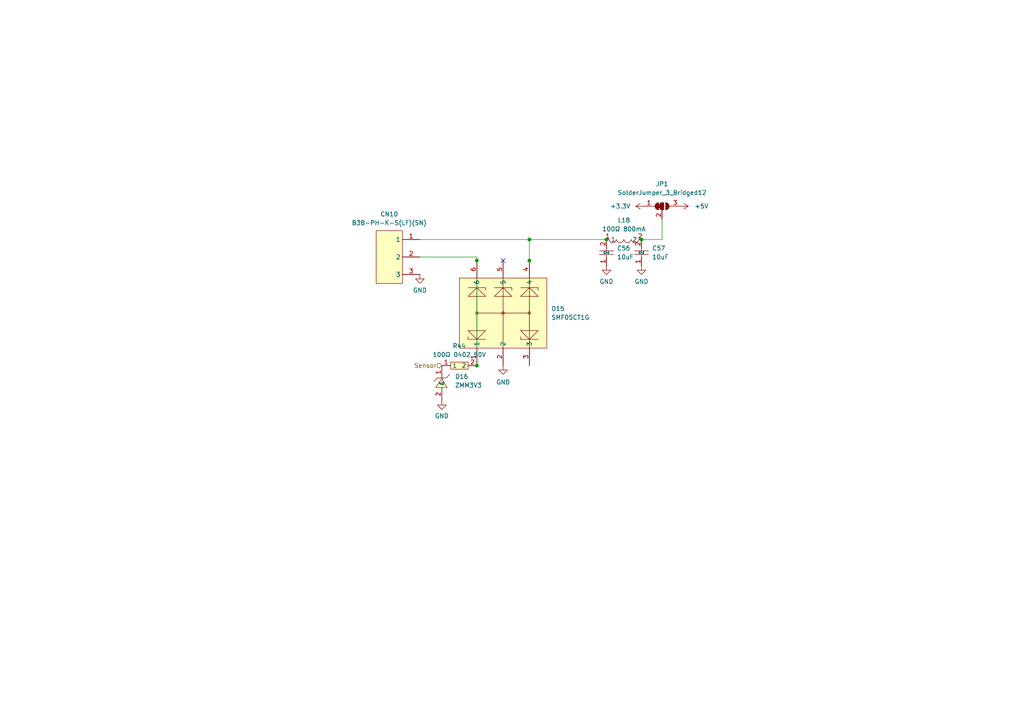
<source format=kicad_sch>
(kicad_sch (version 20211123) (generator eeschema)
  (paper "A4")
  (lib_symbols
    (symbol "Jumper:SolderJumper_3_Bridged12" (pin_names (offset 0) hide)
      (property "Reference" "JP" (at -2.54 -2.54 0))
      (property "Value" "SolderJumper_3_Bridged12" (at 0 2.794 0))
      (symbol "SolderJumper_3_Bridged12_0_1"
        (rectangle (start -1.016 0.508) (end -0.508 -0.508) (fill (type outline)))
        (arc (start -1.016 1.016) (mid -2.032 0) (end -1.016 -1.016))
        (arc (start -1.016 1.016) (mid -2.032 0) (end -1.016 -1.016) (fill (type outline)))
        (rectangle (start -0.508 1.016) (end 0.508 -1.016) (fill (type outline)))
        (polyline (pts (xy -2.54 0) (xy -2.032 0)))
        (polyline (pts (xy -1.016 1.016) (xy -1.016 -1.016)))
        (polyline (pts (xy 0 -1.27) (xy 0 -1.016)))
        (polyline (pts (xy 1.016 1.016) (xy 1.016 -1.016)))
        (polyline (pts (xy 2.54 0) (xy 2.032 0)))
        (arc (start 1.016 -1.016) (mid 2.032 0) (end 1.016 1.016))
        (arc (start 1.016 -1.016) (mid 2.032 0) (end 1.016 1.016) (fill (type outline)))
      )
      (symbol "SolderJumper_3_Bridged12_1_1"
        (pin passive line (at -5.08 0 0) (length 2.54) (name "A") (number "1"))
        (pin passive line (at 0 -3.81 90) (length 2.54) (name "C") (number "2"))
        (pin passive line (at 5.08 0 180) (length 2.54) (name "B") (number "3"))
      )
    )
    (symbol "easyeda2kicad: 6.3V 10uF X5R ±20% 0402"
      (property "Reference" "C" (at 0 5.08 0))
      (property "Value" " 6.3V 10uF X5R ±20% 0402" (at 0 -5.08 0))
      (symbol " 6.3V 10uF X5R ±20% 0402_0_1"
        (polyline (pts (xy -1.27 0) (xy -0.51 0)))
        (polyline (pts (xy -0.51 2.03) (xy -0.51 -2.03)))
        (polyline (pts (xy 0.51 0) (xy 1.27 0)))
        (polyline (pts (xy 0.51 2.03) (xy 0.51 -2.03)))
        (pin input line (at -3.81 0 0) (length 2.54) (name "1") (number "1"))
        (pin input line (at 3.81 0 180) (length 2.54) (name "2") (number "2"))
      )
    )
    (symbol "easyeda2kicad:100Ω 0402 50V"
      (property "Reference" "R" (at 0 5.08 0))
      (property "Value" "100Ω 0402 50V" (at 0 -5.08 0))
      (symbol "100Ω 0402 50V_0_1"
        (rectangle (start -2.54 1.02) (end 2.54 -1.02) (fill (type background)))
        (pin input line (at -5.08 0 0) (length 2.54) (name "1") (number "1"))
        (pin input line (at 5.08 0 180) (length 2.54) (name "2") (number "2"))
      )
    )
    (symbol "easyeda2kicad:100Ω 800mA"
      (property "Reference" "L" (at 0 5.08 0))
      (property "Value" "100Ω 800mA" (at 0 -5.08 0))
      (symbol "100Ω 800mA_0_1"
        (arc (start -4.29 -0.02) (mid -2.52 -0.79) (end -2.27 -0.02))
        (arc (start -2.13 -0.02) (mid -0.36 -0.79) (end -0.11 -0.02))
        (arc (start 0.02 -0.02) (mid 1.79 -0.79) (end 2.04 -0.02))
        (arc (start 2.21 -0.02) (mid 3.3 -1.12) (end 4.23 -0.02))
        (pin unspecified line (at -5.08 0 0) (length 0.762) (name "1") (number "1"))
        (pin unspecified line (at 5.08 0 180) (length 0.762) (name "2") (number "2"))
      )
    )
    (symbol "easyeda2kicad:B3B-PH-K-S(LF)(SN)"
      (property "Reference" "CN" (at 0 10.16 0))
      (property "Value" "B3B-PH-K-S(LF)(SN)" (at 0 -10.16 0))
      (symbol "B3B-PH-K-S(LF)(SN)_0_1"
        (rectangle (start -6.35 7.62) (end 1.27 -7.62) (fill (type background)))
        (pin input line (at 6.35 5.08 180) (length 5.08) (name "1") (number "1"))
        (pin input line (at 6.35 0 180) (length 5.08) (name "2") (number "2"))
        (pin input line (at 6.35 -5.08 180) (length 5.08) (name "3") (number "3"))
      )
    )
    (symbol "easyeda2kicad:SMF05CT1G"
      (property "Reference" "D" (at 0 12.7 0))
      (property "Value" "SMF05CT1G" (at 0 -12.7 0))
      (symbol "SMF05CT1G_0_1"
        (rectangle (start -10.16 12.7) (end 10.16 -12.7) (fill (type background)))
        (circle (center 0 -7.62) (radius 0.38))
        (polyline (pts (xy -10.16 -7.62) (xy 10.16 -7.62)))
        (polyline (pts (xy -10.16 0) (xy 0 0)))
        (polyline (pts (xy -10.16 7.62) (xy 10.16 7.62)))
        (polyline (pts (xy -7.62 -10.16) (xy -7.62 -5.08)))
        (polyline (pts (xy -7.62 -5.08) (xy -6.86 -5.08)))
        (polyline (pts (xy -7.62 5.08) (xy -7.62 10.16)))
        (polyline (pts (xy -7.62 10.16) (xy -6.86 10.16)))
        (polyline (pts (xy 0 -7.62) (xy 0 7.62)))
        (polyline (pts (xy 0 0) (xy 10.16 0)))
        (polyline (pts (xy 7.37 -10.16) (xy 6.6 -10.16)))
        (polyline (pts (xy 7.37 -5.08) (xy 7.37 -10.16)))
        (polyline (pts (xy 7.37 -2.54) (xy 6.6 -2.54)))
        (polyline (pts (xy 7.37 2.54) (xy 7.37 -2.54)))
        (polyline (pts (xy 7.37 5.08) (xy 6.6 5.08)))
        (polyline (pts (xy 7.37 10.16) (xy 7.37 5.08)))
        (polyline (pts (xy -5.08 -5.08) (xy -7.62 -7.62) (xy -5.08 -10.16) (xy -5.08 -5.08)) (fill (type background)))
        (polyline (pts (xy -5.08 10.16) (xy -7.62 7.62) (xy -5.08 5.08) (xy -5.08 10.16)) (fill (type background)))
        (polyline (pts (xy 4.83 -10.16) (xy 7.37 -7.62) (xy 4.83 -5.08) (xy 4.83 -10.16)) (fill (type background)))
        (polyline (pts (xy 4.83 -2.54) (xy 7.37 0) (xy 4.83 2.54) (xy 4.83 -2.54)) (fill (type background)))
        (polyline (pts (xy 4.83 5.08) (xy 7.37 7.62) (xy 4.83 10.16) (xy 4.83 5.08)) (fill (type background)))
        (circle (center 0 0) (radius 0.38))
        (circle (center 0 7.62) (radius 0.38))
        (arc (start 0.25 -7.62) (mid 0.25 -7.61) (end 0.25 -7.62))
        (arc (start 0.25 0) (mid 0.25 0.01) (end 0.25 0))
        (arc (start 0.25 7.62) (mid 0.25 7.63) (end 0.25 7.62))
        (pin input line (at -15.24 7.62 0) (length 5.08) (name "1") (number "1"))
        (pin input line (at -15.24 0 0) (length 5.08) (name "2") (number "2"))
        (pin input line (at -15.24 -7.62 0) (length 5.08) (name "3") (number "3"))
        (pin input line (at 15.24 -7.62 180) (length 5.08) (name "4") (number "4"))
        (pin input line (at 15.24 0 180) (length 5.08) (name "5") (number "5"))
        (pin input line (at 15.24 7.62 180) (length 5.08) (name "6") (number "6"))
      )
    )
    (symbol "easyeda2kicad:ZMM3V3"
      (property "Reference" "D" (at 0 5.08 0))
      (property "Value" "ZMM3V3" (at 0 -5.08 0))
      (symbol "ZMM3V3_0_1"
        (polyline (pts (xy -2.54 2.29) (xy -1.52 1.27) (xy -1.52 -1.27) (xy -0.51 -2.29)))
        (polyline (pts (xy 1.27 1.52) (xy -1.27 0) (xy 1.27 -1.78) (xy 1.27 1.52)) (fill (type background)))
        (pin unspecified line (at -5.08 0 0) (length 3.81) (name "C") (number "1"))
        (pin unspecified line (at 5.08 0 180) (length 3.81) (name "A") (number "2"))
      )
    )
    (symbol "power:+3.3V" (power) (pin_names (offset 0))
      (property "Value" "+3.3V" (at 0 3.556 0))
      (symbol "+3.3V_0_1"
        (polyline (pts (xy -0.762 1.27) (xy 0 2.54)))
        (polyline (pts (xy 0 0) (xy 0 2.54)))
        (polyline (pts (xy 0 2.54) (xy 0.762 1.27)))
      )
      (symbol "+3.3V_1_1"
        (pin power_in line (at 0 0 90) (length 0) hide (name "+3.3V") (number "1"))
      )
    )
    (symbol "power:+5V" (power) (pin_names (offset 0))
      (property "Value" "+5V" (at 0 3.556 0))
      (symbol "+5V_0_1"
        (polyline (pts (xy -0.762 1.27) (xy 0 2.54)))
        (polyline (pts (xy 0 0) (xy 0 2.54)))
        (polyline (pts (xy 0 2.54) (xy 0.762 1.27)))
      )
      (symbol "+5V_1_1"
        (pin power_in line (at 0 0 90) (length 0) hide (name "+5V") (number "1"))
      )
    )
    (symbol "power:GND" (power) (pin_names (offset 0))
      (property "Value" "GND" (at 0 -3.81 0))
      (symbol "GND_0_1"
        (polyline (pts (xy 0 0) (xy 0 -1.27) (xy 1.27 -1.27) (xy 0 -2.54) (xy -1.27 -1.27) (xy 0 -1.27)))
      )
      (symbol "GND_1_1"
        (pin power_in line (at 0 0 270) (length 0) hide (name "GND") (number "1"))
      )
    )
  )
  (junction (at 153.543 75.565))
  (junction (at 138.303 75.565))
  (junction (at 175.895 69.469))
  (junction (at 153.543 69.469))
  (junction (at 138.303 106.045))
  (junction (at 186.055 69.469))
  (no_connect (at 145.923 75.565))
  (wire (pts (xy 153.543 75.565) (xy 153.543 106.045)))
  (wire (pts (xy 138.303 75.565) (xy 138.303 106.045)))
  (wire (pts (xy 153.543 75.565) (xy 153.543 69.469)))
  (wire (pts (xy 153.543 69.469) (xy 175.895 69.469)))
  (wire (pts (xy 138.303 74.549) (xy 138.303 75.565)))
  (wire (pts (xy 192.024 69.469) (xy 186.055 69.469)))
  (wire (pts (xy 153.543 69.469) (xy 121.793 69.469)))
  (wire (pts (xy 121.793 74.549) (xy 138.303 74.549)))
  (wire (pts (xy 192.024 63.627) (xy 192.024 69.469)))
  (hierarchical_label "Sensor" (shape input) (at 128.143 106.045 180))
  (symbol (lib_id "power:GND") (at 128.143 116.205 0) (unit 1)
    (property "Reference" "#PWR0233" (effects hide))
    (property "Value" "GND" (at 128.143 120.65 0))
  )
  (symbol (lib_id "easyeda2kicad:100Ω 0402 50V") (at 133.223 106.045 0) (unit 1)
    (property "Reference" "R44" (at 133.223 100.33 0))
    (property "Value" "100Ω 0402 50V" (at 133.223 102.87 0))
    (property "Footprint" "easyeda2kicad:R0402" (effects hide))
    (property "Datasheet" "https://lcsc.com/product-detail/Chip-Resistor-Surface-Mount-UniOhm_100R-1000-1_C25076.html" (effects hide))
    (property "Manufacturer" "UNI-ROYAL(厚声)" (effects hide))
    (property "LCSC Part" "C25076" (effects hide))
    (property "JLC Part" "Basic Part" (effects hide))
  )
  (symbol (lib_id "power:+5V") (at 197.104 59.817 270) (unit 1)
    (property "Reference" "#PWR0234" (effects hide))
    (property "Value" "+5V" (at 201.422 59.8169 90) (effects (justify left)))
  )
  (symbol (lib_id "power:GND") (at 145.923 106.045 0) (unit 1)
    (property "Reference" "#PWR0232" (effects hide))
    (property "Value" "GND" (at 145.923 110.871 0))
  )
  (symbol (lib_id "power:+3.3V") (at 186.944 59.817 90) (unit 1)
    (property "Reference" "#PWR0235" (effects hide))
    (property "Value" "+3.3V" (at 182.88 59.8169 90) (effects (justify left)))
  )
  (symbol (lib_id "easyeda2kicad: 6.3V 10uF X5R ±20% 0402") (at 186.055 73.279 90) (unit 1)
    (property "Reference" "C57" (at 189.103 72.0089 90) (effects (justify right)))
    (property "Value" "10uF" (at 189.103 74.5489 90) (effects (justify right)))
    (property "Footprint" "easyeda2kicad:C0402" (effects hide))
    (property "Datasheet" "https://lcsc.com/product-detail/Multilayer-Ceramic-Capacitors-MLCC-SMD-SMT_SAMSUNG_CL05A106MQ5NUNC_10uF-106-20-6-3V_C15525.html" (effects hide))
    (property "Manufacturer" "SAMSUNG(三星)" (effects hide))
    (property "LCSC Part" "C15525" (effects hide))
    (property "JLC Part" "Basic Part" (effects hide))
  )
  (symbol (lib_id "easyeda2kicad:ZMM3V3") (at 128.143 111.125 270) (unit 1)
    (property "Reference" "D16" (at 131.953 109.2199 90) (effects (justify left)))
    (property "Value" "ZMM3V3" (at 131.953 111.7599 90) (effects (justify left)))
    (property "Footprint" "easyeda2kicad:LL-34_L3.5-W1.5-RD" (effects hide))
    (property "Datasheet" "https://lcsc.com/product-detail/Zener-Diodes_ZMM3V3_C8056.html" (effects hide))
    (property "Manufacturer" "ST(先科)" (effects hide))
    (property "LCSC Part" "C8056" (effects hide))
    (property "JLC Part" "Basic Part" (effects hide))
  )
  (symbol (lib_id "easyeda2kicad:B3B-PH-K-S(LF)(SN)") (at 115.443 74.549 0) (unit 1)
    (property "Reference" "CN10" (at 112.903 62.103 0))
    (property "Value" "B3B-PH-K-S(LF)(SN)" (at 112.903 64.643 0))
    (property "Footprint" "easyeda2kicad:CONN-TH_B3B-PH-K-S" (effects hide))
    (property "Datasheet" "https://lcsc.com/product-detail/PH-Connectors_JST_B3B-PH-K-S-LF-SN_B3B-PH-K-S-LF-SN_C131339.html" (effects hide))
    (property "Manufacturer" "JST" (effects hide))
    (property "LCSC Part" "C131339" (effects hide))
    (property "JLC Part" "Extended Part" (effects hide))
  )
  (symbol (lib_id "power:GND") (at 121.793 79.629 0) (unit 1)
    (property "Reference" "#PWR0231" (effects hide))
    (property "Value" "GND" (at 121.793 84.201 0))
  )
  (symbol (lib_id "easyeda2kicad: 6.3V 10uF X5R ±20% 0402") (at 175.895 73.279 90) (unit 1)
    (property "Reference" "C56" (at 178.943 72.0089 90) (effects (justify right)))
    (property "Value" "10uF" (at 178.943 74.5489 90) (effects (justify right)))
    (property "Footprint" "easyeda2kicad:C0402" (effects hide))
    (property "Datasheet" "https://lcsc.com/product-detail/Multilayer-Ceramic-Capacitors-MLCC-SMD-SMT_SAMSUNG_CL05A106MQ5NUNC_10uF-106-20-6-3V_C15525.html" (effects hide))
    (property "Manufacturer" "SAMSUNG(三星)" (effects hide))
    (property "LCSC Part" "C15525" (effects hide))
    (property "JLC Part" "Basic Part" (effects hide))
  )
  (symbol (lib_id "easyeda2kicad:SMF05CT1G") (at 145.923 90.805 90) (unit 1)
    (property "Reference" "D15" (at 159.893 89.5349 90) (effects (justify right)))
    (property "Value" "SMF05CT1G" (at 159.893 92.0749 90) (effects (justify right)))
    (property "Footprint" "easyeda2kicad:SOT-363_L2.0-W1.3-P0.65-LS2.1-BR" (effects hide))
    (property "Datasheet" "https://lcsc.com/product-detail/TVS_ON_SMF05CT1G_SMF05CT1G_C15879.html" (effects hide))
    (property "Manufacturer" "onsemi(安森美)" (effects hide))
    (property "LCSC Part" "C15879" (effects hide))
    (property "JLC Part" "Basic Part" (effects hide))
  )
  (symbol (lib_id "Jumper:SolderJumper_3_Bridged12") (at 192.024 59.817 0) (unit 1)
    (property "Reference" "JP1" (at 192.024 53.34 0))
    (property "Value" "SolderJumper_3_Bridged12" (at 192.024 55.88 0))
    (property "Footprint" "Jumper:SolderJumper-3_P1.3mm_Bridged12_Pad1.0x1.5mm_NumberLabels" (effects hide))
  )
  (symbol (lib_id "power:GND") (at 175.895 77.089 0) (unit 1)
    (property "Reference" "#PWR0229" (effects hide))
    (property "Value" "GND" (at 175.895 81.661 0))
  )
  (symbol (lib_id "power:GND") (at 186.055 77.089 0) (unit 1)
    (property "Reference" "#PWR0230" (effects hide))
    (property "Value" "GND" (at 186.055 81.661 0))
  )
  (symbol (lib_id "easyeda2kicad:100Ω 800mA") (at 180.975 69.469 0) (unit 1)
    (property "Reference" "L18" (at 180.975 63.881 0))
    (property "Value" "100Ω 800mA" (at 180.975 66.421 0))
    (property "Footprint" "easyeda2kicad:L0805" (effects hide))
    (property "Datasheet" "https://lcsc.com/product-detail/Ferrite-Beads-And-Chips_100R-25-100MHz_C1015.html" (effects hide))
    (property "Manufacturer" "Sunlord(顺络)" (effects hide))
    (property "LCSC Part" "C1015" (effects hide))
    (property "JLC Part" "Basic Part" (effects hide))
  )
)
</source>
